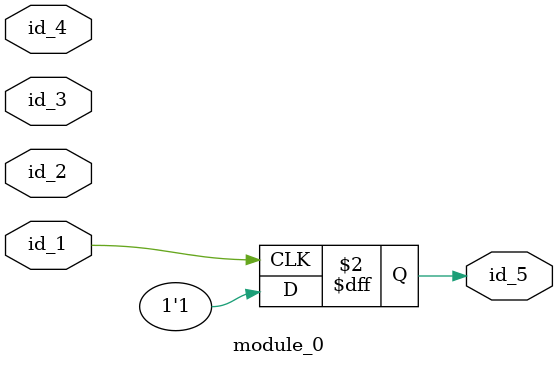
<source format=v>
module module_0 (
    id_1,
    id_2,
    id_3,
    id_4,
    id_5
);
  output id_5;
  inout id_4;
  input id_3;
  inout id_2;
  inout id_1;
  always @(posedge id_1) id_5 = 1;
endmodule

</source>
